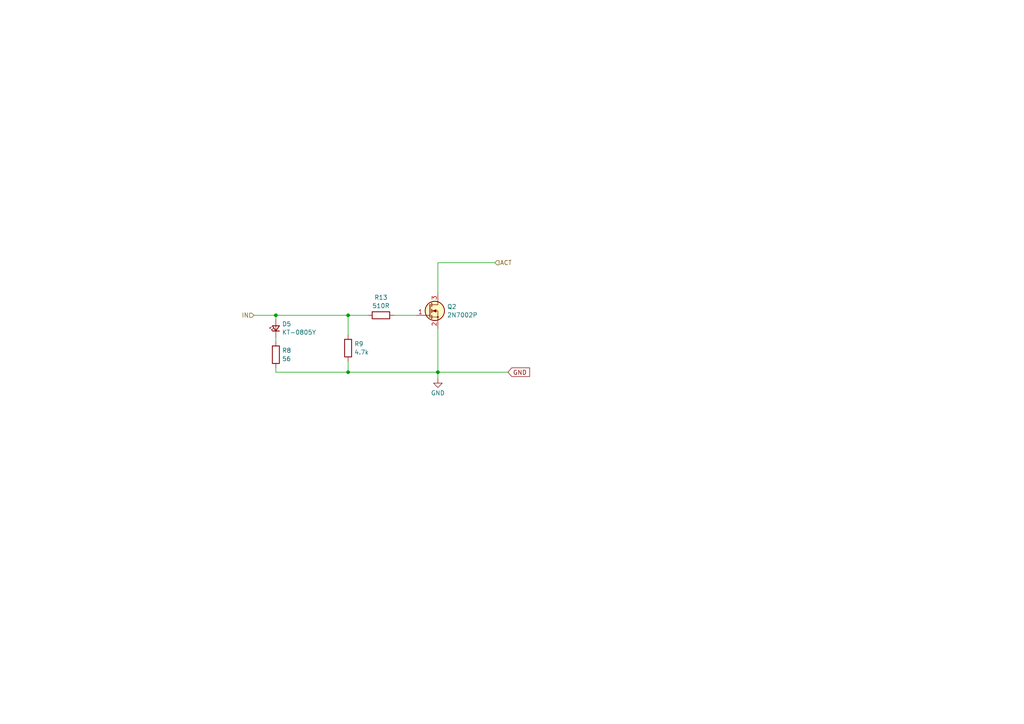
<source format=kicad_sch>
(kicad_sch (version 20231120) (generator "eeschema") (generator_version "8.0")
  (paper "A4")
  (lib_symbols
    (symbol "Device:LED_Small" (pin_numbers hide) (pin_names (offset 0.254) hide)
      (property "Reference" "D" (at -1.27 3.175 0))
      (property "Value" "LED_Small" (at -4.445 -2.54 0))
      (symbol "LED_Small_0_1"
        (polyline (pts (xy -0.762 -1.016) (xy -0.762 1.016)) (stroke (width 0.254)))
        (polyline (pts (xy 1.016 0) (xy -0.762 0)))
        (polyline (pts (xy 0.762 -1.016) (xy -0.762 0) (xy 0.762 1.016) (xy 0.762 -1.016)) (stroke (width 0.254)))
        (polyline (pts (xy 0 0.762) (xy -0.508 1.27) (xy -0.254 1.27) (xy -0.508 1.27) (xy -0.508 1.016)))
        (polyline (pts (xy 0.508 1.27) (xy 0 1.778) (xy 0.254 1.778) (xy 0 1.778) (xy 0 1.524)))
      )
      (symbol "LED_Small_1_1"
        (pin passive line (at -2.54 0 0) (length 1.778) (name "K") (number "1"))
        (pin passive line (at 2.54 0 180) (length 1.778) (name "A") (number "2"))
      )
    )
    (symbol "Device:R" (pin_numbers hide) (pin_names (offset 0))
      (property "Reference" "R" (at 2.032 0 90))
      (property "Value" "R" (at 0 0 90))
      (symbol "R_0_1"
        (rectangle (start -1.016 -2.54) (end 1.016 2.54) (stroke (width 0.254)))
      )
      (symbol "R_1_1"
        (pin passive line (at 0 3.81 270) (length 1.27) (name "~") (number "1"))
        (pin passive line (at 0 -3.81 90) (length 1.27) (name "~") (number "2"))
      )
    )
    (symbol "PCM_Transistor_MOSFET_AKL:2N7002P" (pin_names hide)
      (property "Reference" "Q" (at 5.08 1.27 0))
      (property "Value" "2N7002P" (at 5.08 -1.27 0))
      (symbol "2N7002P_0_1"
        (polyline (pts (xy 0.254 -1.27) (xy -2.54 -1.27)))
        (polyline (pts (xy 0.254 1.905) (xy 0.254 -1.905)) (stroke (width 0.254)))
        (polyline (pts (xy 0.762 -1.778) (xy 2.54 -1.778)))
        (polyline (pts (xy 0.762 -1.27) (xy 0.762 -2.286)) (stroke (width 0.254)))
        (polyline (pts (xy 0.762 0.508) (xy 0.762 -0.508)) (stroke (width 0.254)))
        (polyline (pts (xy 0.762 2.286) (xy 0.762 1.27)) (stroke (width 0.254)))
        (polyline (pts (xy 2.54 1.778) (xy 0.762 1.778)))
        (polyline (pts (xy 2.54 2.54) (xy 2.54 1.778)))
        (polyline (pts (xy 2.54 -2.54) (xy 2.54 0) (xy 0.762 0)))
        (polyline (pts (xy 1.016 0) (xy 2.032 0.381) (xy 2.032 -0.381) (xy 1.016 0)) (fill (type outline)))
        (circle (center 1.651 0) (radius 2.794) (stroke (width 0.254)) (fill (type background)))
        (circle (center 2.54 -1.778) (radius 0.1778) (fill (type outline)))
      )
      (symbol "2N7002P_1_1"
        (pin input line (at -3.81 -1.27 0) (length 2.54) (name "G") (number "1"))
        (pin passive line (at 2.54 -5.08 90) (length 2.54) (name "S") (number "2"))
        (pin passive line (at 2.54 5.08 270) (length 2.54) (name "D") (number "3"))
      )
    )
    (symbol "power:GND" (power) (pin_names (offset 0))
      (property "Value" "GND" (at 0 -3.81 0))
      (symbol "GND_0_1"
        (polyline (pts (xy 0 0) (xy 0 -1.27) (xy 1.27 -1.27) (xy 0 -2.54) (xy -1.27 -1.27) (xy 0 -1.27)))
      )
      (symbol "GND_1_1"
        (pin power_in line (at 0 0 270) (length 0) hide (name "GND") (number "1"))
      )
    )
  )
  (junction (at 100.965 91.44))
  (junction (at 127 107.95))
  (junction (at 80.01 91.44))
  (junction (at 100.965 107.95))
  (wire (pts (xy 127 85.09) (xy 127 76.2)))
  (wire (pts (xy 80.01 106.68) (xy 80.01 107.95)))
  (wire (pts (xy 100.965 107.95) (xy 127 107.95)))
  (wire (pts (xy 127 107.95) (xy 127 109.855)))
  (wire (pts (xy 73.66 91.44) (xy 80.01 91.44)))
  (wire (pts (xy 100.965 91.44) (xy 106.68 91.44)))
  (wire (pts (xy 127 76.2) (xy 143.51 76.2)))
  (wire (pts (xy 80.01 91.44) (xy 80.01 92.71)))
  (wire (pts (xy 80.01 107.95) (xy 100.965 107.95)))
  (wire (pts (xy 114.3 91.44) (xy 120.65 91.44)))
  (wire (pts (xy 100.965 91.44) (xy 100.965 97.155)))
  (wire (pts (xy 80.01 91.44) (xy 100.965 91.44)))
  (wire (pts (xy 127 107.95) (xy 127 95.25)))
  (wire (pts (xy 127 107.95) (xy 147.32 107.95)))
  (wire (pts (xy 100.965 107.95) (xy 100.965 104.775)))
  (wire (pts (xy 80.01 97.79) (xy 80.01 99.06)))
  (global_label "GND" (shape input) (at 147.32 107.95 0) (property "Intersheetrefs" "${INTERSHEET_REFS}" (effects (hide yes))))
  (hierarchical_label "IN" (shape input) (at 73.66 91.44 180))
  (hierarchical_label "ACT" (shape input) (at 143.51 76.2 0))
  (symbol (lib_id "PCM_Transistor_MOSFET_AKL:2N7002P") (at 124.46 90.17 0) (unit 1)
    (property "Reference" "Q2" (at 129.667 88.9579 0) (effects (justify left)))
    (property "Value" "2N7002P" (at 129.667 91.3821 0) (effects (justify left)))
    (property "Footprint" "Package_TO_SOT_SMD_AKL:SOT-23" (effects (hide yes)))
    (property "Datasheet" "https://www.tme.eu/Document/fda24b70d66290936384ff869f03745e/2N7002P.pdf" (effects (hide yes)))
    (instances (project "uhc-24-8" (path "" (reference "Q2") (unit 1)) (path "" (reference "Q4") (unit 1)) (path "" (reference "Q6") (unit 1)) (path "" (reference "Q8") (unit 1)) (path "" (reference "Q1") (unit 1)) (path "" (reference "Q3") (unit 1)) (path "" (reference "Q5") (unit 1)) (path "" (reference "Q7") (unit 1)) (path "" (reference "Q9") (unit 1)) (path "" (reference "Q10") (unit 1)) (path "" (reference "Q11") (unit 1)) (path "" (reference "Q12") (unit 1))))
  )
  (symbol (lib_id "power:GND") (at 127 109.855 0) (unit 1)
    (property "Reference" "#PWR014" (effects (hide yes)))
    (property "Value" "GND" (at 127 113.9881 0))
    (instances (project "uhc-24-8" (path "" (reference "#PWR014") (unit 1)) (path "" (reference "#PWR015") (unit 1)) (path "" (reference "#PWR016") (unit 1)) (path "" (reference "#PWR017") (unit 1)) (path "" (reference "#PWR018") (unit 1)) (path "" (reference "#PWR019") (unit 1)) (path "" (reference "#PWR020") (unit 1)) (path "" (reference "#PWR021") (unit 1)) (path "" (reference "#PWR022") (unit 1)) (path "" (reference "#PWR023") (unit 1)) (path "" (reference "#PWR024") (unit 1)) (path "" (reference "#PWR025") (unit 1))))
  )
  (symbol (lib_id "Device:R") (at 110.49 91.44 90) (unit 1)
    (property "Reference" "R13" (at 110.49 86.2797 90))
    (property "Value" "510R" (at 110.49 88.7039 90))
    (property "Footprint" "Resistor_SMD:R_0805_2012Metric" (effects (hide yes)))
    (instances (project "uhc-24-8" (path "" (reference "R13") (unit 1)) (path "" (reference "R19") (unit 1)) (path "" (reference "R25") (unit 1)) (path "" (reference "R31") (unit 1)) (path "" (reference "R10") (unit 1)) (path "" (reference "R16") (unit 1)) (path "" (reference "R22") (unit 1)) (path "" (reference "R28") (unit 1)) (path "" (reference "R34") (unit 1)) (path "" (reference "R37") (unit 1)) (path "" (reference "R40") (unit 1)) (path "" (reference "R43") (unit 1))))
  )
  (symbol (lib_id "Device:R") (at 80.01 102.87 180) (unit 1)
    (property "Reference" "R8" (at 81.788 101.6578 0) (effects (justify right)))
    (property "Value" "56" (at 81.788 104.0821 0) (effects (justify right)))
    (property "Footprint" "Resistor_SMD:R_0805_2012Metric" (effects (hide yes)))
    (instances (project "uhc-24-8" (path "" (reference "R8") (unit 1)) (path "" (reference "R11") (unit 1)) (path "" (reference "R14") (unit 1)) (path "" (reference "R17") (unit 1)) (path "" (reference "R20") (unit 1)) (path "" (reference "R23") (unit 1)) (path "" (reference "R26") (unit 1)) (path "" (reference "R29") (unit 1)) (path "" (reference "R32") (unit 1)) (path "" (reference "R35") (unit 1)) (path "" (reference "R38") (unit 1)) (path "" (reference "R41") (unit 1))))
  )
  (symbol (lib_id "Device:R") (at 100.965 100.965 180) (unit 1)
    (property "Reference" "R9" (at 102.743 99.7529 0) (effects (justify right)))
    (property "Value" "4.7k" (at 102.743 102.1771 0) (effects (justify right)))
    (property "Footprint" "Resistor_SMD:R_0805_2012Metric" (effects (hide yes)))
    (instances (project "uhc-24-8" (path "" (reference "R9") (unit 1)) (path "" (reference "R12") (unit 1)) (path "" (reference "R18") (unit 1)) (path "" (reference "R24") (unit 1)) (path "" (reference "R30") (unit 1)) (path "" (reference "R15") (unit 1)) (path "" (reference "R21") (unit 1)) (path "" (reference "R27") (unit 1)) (path "" (reference "R33") (unit 1)) (path "" (reference "R36") (unit 1)) (path "" (reference "R39") (unit 1)) (path "" (reference "R42") (unit 1))))
  )
  (symbol (lib_id "Device:LED_Small") (at 80.01 95.25 90) (unit 1)
    (property "Reference" "D5" (at 81.788 93.9743 90) (effects (justify right)))
    (property "Value" "KT-0805Y" (at 81.788 96.3986 90) (effects (justify right)))
    (property "Footprint" "LED_SMD:LED_0805_2012Metric" (effects (hide yes)))
    (property "Description" "Light emitting diode, small symbol" (effects (hide yes)))
    (instances (project "uhc-24-8" (path "" (reference "D5") (unit 1)) (path "" (reference "D6") (unit 1)) (path "" (reference "D7") (unit 1)) (path "" (reference "D8") (unit 1)) (path "" (reference "D9") (unit 1)) (path "" (reference "D10") (unit 1)) (path "" (reference "D11") (unit 1)) (path "" (reference "D12") (unit 1)) (path "" (reference "D13") (unit 1)) (path "" (reference "D14") (unit 1)) (path "" (reference "D15") (unit 1)) (path "" (reference "D16") (unit 1))))
  )
)
</source>
